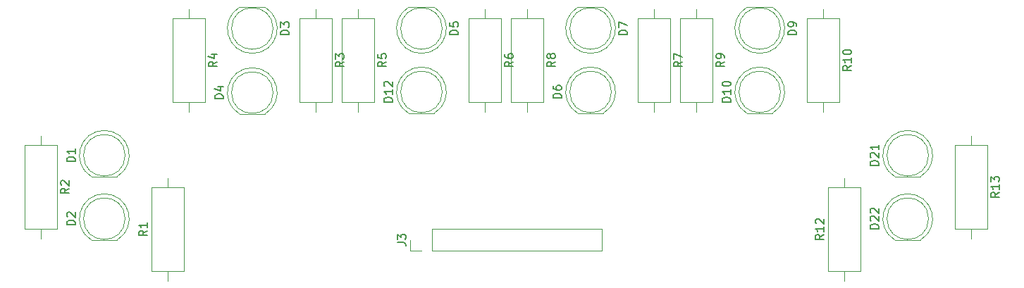
<source format=gbr>
%TF.GenerationSoftware,KiCad,Pcbnew,7.0.7*%
%TF.CreationDate,2023-12-08T08:47:56+07:00*%
%TF.ProjectId,sensor,73656e73-6f72-42e6-9b69-6361645f7063,rev?*%
%TF.SameCoordinates,Original*%
%TF.FileFunction,Legend,Top*%
%TF.FilePolarity,Positive*%
%FSLAX46Y46*%
G04 Gerber Fmt 4.6, Leading zero omitted, Abs format (unit mm)*
G04 Created by KiCad (PCBNEW 7.0.7) date 2023-12-08 08:47:56*
%MOMM*%
%LPD*%
G01*
G04 APERTURE LIST*
%ADD10C,0.150000*%
%ADD11C,0.120000*%
G04 APERTURE END LIST*
D10*
X154274819Y-41378094D02*
X153274819Y-41378094D01*
X153274819Y-41378094D02*
X153274819Y-41139999D01*
X153274819Y-41139999D02*
X153322438Y-40997142D01*
X153322438Y-40997142D02*
X153417676Y-40901904D01*
X153417676Y-40901904D02*
X153512914Y-40854285D01*
X153512914Y-40854285D02*
X153703390Y-40806666D01*
X153703390Y-40806666D02*
X153846247Y-40806666D01*
X153846247Y-40806666D02*
X154036723Y-40854285D01*
X154036723Y-40854285D02*
X154131961Y-40901904D01*
X154131961Y-40901904D02*
X154227200Y-40997142D01*
X154227200Y-40997142D02*
X154274819Y-41139999D01*
X154274819Y-41139999D02*
X154274819Y-41378094D01*
X154274819Y-40330475D02*
X154274819Y-40139999D01*
X154274819Y-40139999D02*
X154227200Y-40044761D01*
X154227200Y-40044761D02*
X154179580Y-39997142D01*
X154179580Y-39997142D02*
X154036723Y-39901904D01*
X154036723Y-39901904D02*
X153846247Y-39854285D01*
X153846247Y-39854285D02*
X153465295Y-39854285D01*
X153465295Y-39854285D02*
X153370057Y-39901904D01*
X153370057Y-39901904D02*
X153322438Y-39949523D01*
X153322438Y-39949523D02*
X153274819Y-40044761D01*
X153274819Y-40044761D02*
X153274819Y-40235237D01*
X153274819Y-40235237D02*
X153322438Y-40330475D01*
X153322438Y-40330475D02*
X153370057Y-40378094D01*
X153370057Y-40378094D02*
X153465295Y-40425713D01*
X153465295Y-40425713D02*
X153703390Y-40425713D01*
X153703390Y-40425713D02*
X153798628Y-40378094D01*
X153798628Y-40378094D02*
X153846247Y-40330475D01*
X153846247Y-40330475D02*
X153893866Y-40235237D01*
X153893866Y-40235237D02*
X153893866Y-40044761D01*
X153893866Y-40044761D02*
X153846247Y-39949523D01*
X153846247Y-39949523D02*
X153798628Y-39901904D01*
X153798628Y-39901904D02*
X153703390Y-39854285D01*
X125294819Y-44616666D02*
X124818628Y-44949999D01*
X125294819Y-45188094D02*
X124294819Y-45188094D01*
X124294819Y-45188094D02*
X124294819Y-44807142D01*
X124294819Y-44807142D02*
X124342438Y-44711904D01*
X124342438Y-44711904D02*
X124390057Y-44664285D01*
X124390057Y-44664285D02*
X124485295Y-44616666D01*
X124485295Y-44616666D02*
X124628152Y-44616666D01*
X124628152Y-44616666D02*
X124723390Y-44664285D01*
X124723390Y-44664285D02*
X124771009Y-44711904D01*
X124771009Y-44711904D02*
X124818628Y-44807142D01*
X124818628Y-44807142D02*
X124818628Y-45188094D01*
X124723390Y-44045237D02*
X124675771Y-44140475D01*
X124675771Y-44140475D02*
X124628152Y-44188094D01*
X124628152Y-44188094D02*
X124532914Y-44235713D01*
X124532914Y-44235713D02*
X124485295Y-44235713D01*
X124485295Y-44235713D02*
X124390057Y-44188094D01*
X124390057Y-44188094D02*
X124342438Y-44140475D01*
X124342438Y-44140475D02*
X124294819Y-44045237D01*
X124294819Y-44045237D02*
X124294819Y-43854761D01*
X124294819Y-43854761D02*
X124342438Y-43759523D01*
X124342438Y-43759523D02*
X124390057Y-43711904D01*
X124390057Y-43711904D02*
X124485295Y-43664285D01*
X124485295Y-43664285D02*
X124532914Y-43664285D01*
X124532914Y-43664285D02*
X124628152Y-43711904D01*
X124628152Y-43711904D02*
X124675771Y-43759523D01*
X124675771Y-43759523D02*
X124723390Y-43854761D01*
X124723390Y-43854761D02*
X124723390Y-44045237D01*
X124723390Y-44045237D02*
X124771009Y-44140475D01*
X124771009Y-44140475D02*
X124818628Y-44188094D01*
X124818628Y-44188094D02*
X124913866Y-44235713D01*
X124913866Y-44235713D02*
X125104342Y-44235713D01*
X125104342Y-44235713D02*
X125199580Y-44188094D01*
X125199580Y-44188094D02*
X125247200Y-44140475D01*
X125247200Y-44140475D02*
X125294819Y-44045237D01*
X125294819Y-44045237D02*
X125294819Y-43854761D01*
X125294819Y-43854761D02*
X125247200Y-43759523D01*
X125247200Y-43759523D02*
X125199580Y-43711904D01*
X125199580Y-43711904D02*
X125104342Y-43664285D01*
X125104342Y-43664285D02*
X124913866Y-43664285D01*
X124913866Y-43664285D02*
X124818628Y-43711904D01*
X124818628Y-43711904D02*
X124771009Y-43759523D01*
X124771009Y-43759523D02*
X124723390Y-43854761D01*
X106344819Y-66373333D02*
X107059104Y-66373333D01*
X107059104Y-66373333D02*
X107201961Y-66420952D01*
X107201961Y-66420952D02*
X107297200Y-66516190D01*
X107297200Y-66516190D02*
X107344819Y-66659047D01*
X107344819Y-66659047D02*
X107344819Y-66754285D01*
X106344819Y-65992380D02*
X106344819Y-65373333D01*
X106344819Y-65373333D02*
X106725771Y-65706666D01*
X106725771Y-65706666D02*
X106725771Y-65563809D01*
X106725771Y-65563809D02*
X106773390Y-65468571D01*
X106773390Y-65468571D02*
X106821009Y-65420952D01*
X106821009Y-65420952D02*
X106916247Y-65373333D01*
X106916247Y-65373333D02*
X107154342Y-65373333D01*
X107154342Y-65373333D02*
X107249580Y-65420952D01*
X107249580Y-65420952D02*
X107297200Y-65468571D01*
X107297200Y-65468571D02*
X107344819Y-65563809D01*
X107344819Y-65563809D02*
X107344819Y-65849523D01*
X107344819Y-65849523D02*
X107297200Y-65944761D01*
X107297200Y-65944761D02*
X107249580Y-65992380D01*
X84654819Y-44616666D02*
X84178628Y-44949999D01*
X84654819Y-45188094D02*
X83654819Y-45188094D01*
X83654819Y-45188094D02*
X83654819Y-44807142D01*
X83654819Y-44807142D02*
X83702438Y-44711904D01*
X83702438Y-44711904D02*
X83750057Y-44664285D01*
X83750057Y-44664285D02*
X83845295Y-44616666D01*
X83845295Y-44616666D02*
X83988152Y-44616666D01*
X83988152Y-44616666D02*
X84083390Y-44664285D01*
X84083390Y-44664285D02*
X84131009Y-44711904D01*
X84131009Y-44711904D02*
X84178628Y-44807142D01*
X84178628Y-44807142D02*
X84178628Y-45188094D01*
X83988152Y-43759523D02*
X84654819Y-43759523D01*
X83607200Y-43997618D02*
X84321485Y-44235713D01*
X84321485Y-44235713D02*
X84321485Y-43616666D01*
X113634819Y-41378094D02*
X112634819Y-41378094D01*
X112634819Y-41378094D02*
X112634819Y-41139999D01*
X112634819Y-41139999D02*
X112682438Y-40997142D01*
X112682438Y-40997142D02*
X112777676Y-40901904D01*
X112777676Y-40901904D02*
X112872914Y-40854285D01*
X112872914Y-40854285D02*
X113063390Y-40806666D01*
X113063390Y-40806666D02*
X113206247Y-40806666D01*
X113206247Y-40806666D02*
X113396723Y-40854285D01*
X113396723Y-40854285D02*
X113491961Y-40901904D01*
X113491961Y-40901904D02*
X113587200Y-40997142D01*
X113587200Y-40997142D02*
X113634819Y-41139999D01*
X113634819Y-41139999D02*
X113634819Y-41378094D01*
X112634819Y-39901904D02*
X112634819Y-40378094D01*
X112634819Y-40378094D02*
X113111009Y-40425713D01*
X113111009Y-40425713D02*
X113063390Y-40378094D01*
X113063390Y-40378094D02*
X113015771Y-40282856D01*
X113015771Y-40282856D02*
X113015771Y-40044761D01*
X113015771Y-40044761D02*
X113063390Y-39949523D01*
X113063390Y-39949523D02*
X113111009Y-39901904D01*
X113111009Y-39901904D02*
X113206247Y-39854285D01*
X113206247Y-39854285D02*
X113444342Y-39854285D01*
X113444342Y-39854285D02*
X113539580Y-39901904D01*
X113539580Y-39901904D02*
X113587200Y-39949523D01*
X113587200Y-39949523D02*
X113634819Y-40044761D01*
X113634819Y-40044761D02*
X113634819Y-40282856D01*
X113634819Y-40282856D02*
X113587200Y-40378094D01*
X113587200Y-40378094D02*
X113539580Y-40425713D01*
X105714819Y-49474285D02*
X104714819Y-49474285D01*
X104714819Y-49474285D02*
X104714819Y-49236190D01*
X104714819Y-49236190D02*
X104762438Y-49093333D01*
X104762438Y-49093333D02*
X104857676Y-48998095D01*
X104857676Y-48998095D02*
X104952914Y-48950476D01*
X104952914Y-48950476D02*
X105143390Y-48902857D01*
X105143390Y-48902857D02*
X105286247Y-48902857D01*
X105286247Y-48902857D02*
X105476723Y-48950476D01*
X105476723Y-48950476D02*
X105571961Y-48998095D01*
X105571961Y-48998095D02*
X105667200Y-49093333D01*
X105667200Y-49093333D02*
X105714819Y-49236190D01*
X105714819Y-49236190D02*
X105714819Y-49474285D01*
X105714819Y-47950476D02*
X105714819Y-48521904D01*
X105714819Y-48236190D02*
X104714819Y-48236190D01*
X104714819Y-48236190D02*
X104857676Y-48331428D01*
X104857676Y-48331428D02*
X104952914Y-48426666D01*
X104952914Y-48426666D02*
X105000533Y-48521904D01*
X104810057Y-47569523D02*
X104762438Y-47521904D01*
X104762438Y-47521904D02*
X104714819Y-47426666D01*
X104714819Y-47426666D02*
X104714819Y-47188571D01*
X104714819Y-47188571D02*
X104762438Y-47093333D01*
X104762438Y-47093333D02*
X104810057Y-47045714D01*
X104810057Y-47045714D02*
X104905295Y-46998095D01*
X104905295Y-46998095D02*
X105000533Y-46998095D01*
X105000533Y-46998095D02*
X105143390Y-47045714D01*
X105143390Y-47045714D02*
X105714819Y-47617142D01*
X105714819Y-47617142D02*
X105714819Y-46998095D01*
X76274819Y-64936666D02*
X75798628Y-65269999D01*
X76274819Y-65508094D02*
X75274819Y-65508094D01*
X75274819Y-65508094D02*
X75274819Y-65127142D01*
X75274819Y-65127142D02*
X75322438Y-65031904D01*
X75322438Y-65031904D02*
X75370057Y-64984285D01*
X75370057Y-64984285D02*
X75465295Y-64936666D01*
X75465295Y-64936666D02*
X75608152Y-64936666D01*
X75608152Y-64936666D02*
X75703390Y-64984285D01*
X75703390Y-64984285D02*
X75751009Y-65031904D01*
X75751009Y-65031904D02*
X75798628Y-65127142D01*
X75798628Y-65127142D02*
X75798628Y-65508094D01*
X76274819Y-63984285D02*
X76274819Y-64555713D01*
X76274819Y-64269999D02*
X75274819Y-64269999D01*
X75274819Y-64269999D02*
X75417676Y-64365237D01*
X75417676Y-64365237D02*
X75512914Y-64460475D01*
X75512914Y-64460475D02*
X75560533Y-64555713D01*
X67614819Y-64238094D02*
X66614819Y-64238094D01*
X66614819Y-64238094D02*
X66614819Y-63999999D01*
X66614819Y-63999999D02*
X66662438Y-63857142D01*
X66662438Y-63857142D02*
X66757676Y-63761904D01*
X66757676Y-63761904D02*
X66852914Y-63714285D01*
X66852914Y-63714285D02*
X67043390Y-63666666D01*
X67043390Y-63666666D02*
X67186247Y-63666666D01*
X67186247Y-63666666D02*
X67376723Y-63714285D01*
X67376723Y-63714285D02*
X67471961Y-63761904D01*
X67471961Y-63761904D02*
X67567200Y-63857142D01*
X67567200Y-63857142D02*
X67614819Y-63999999D01*
X67614819Y-63999999D02*
X67614819Y-64238094D01*
X66710057Y-63285713D02*
X66662438Y-63238094D01*
X66662438Y-63238094D02*
X66614819Y-63142856D01*
X66614819Y-63142856D02*
X66614819Y-62904761D01*
X66614819Y-62904761D02*
X66662438Y-62809523D01*
X66662438Y-62809523D02*
X66710057Y-62761904D01*
X66710057Y-62761904D02*
X66805295Y-62714285D01*
X66805295Y-62714285D02*
X66900533Y-62714285D01*
X66900533Y-62714285D02*
X67043390Y-62761904D01*
X67043390Y-62761904D02*
X67614819Y-63333332D01*
X67614819Y-63333332D02*
X67614819Y-62714285D01*
X146354819Y-49474285D02*
X145354819Y-49474285D01*
X145354819Y-49474285D02*
X145354819Y-49236190D01*
X145354819Y-49236190D02*
X145402438Y-49093333D01*
X145402438Y-49093333D02*
X145497676Y-48998095D01*
X145497676Y-48998095D02*
X145592914Y-48950476D01*
X145592914Y-48950476D02*
X145783390Y-48902857D01*
X145783390Y-48902857D02*
X145926247Y-48902857D01*
X145926247Y-48902857D02*
X146116723Y-48950476D01*
X146116723Y-48950476D02*
X146211961Y-48998095D01*
X146211961Y-48998095D02*
X146307200Y-49093333D01*
X146307200Y-49093333D02*
X146354819Y-49236190D01*
X146354819Y-49236190D02*
X146354819Y-49474285D01*
X146354819Y-47950476D02*
X146354819Y-48521904D01*
X146354819Y-48236190D02*
X145354819Y-48236190D01*
X145354819Y-48236190D02*
X145497676Y-48331428D01*
X145497676Y-48331428D02*
X145592914Y-48426666D01*
X145592914Y-48426666D02*
X145640533Y-48521904D01*
X145354819Y-47331428D02*
X145354819Y-47236190D01*
X145354819Y-47236190D02*
X145402438Y-47140952D01*
X145402438Y-47140952D02*
X145450057Y-47093333D01*
X145450057Y-47093333D02*
X145545295Y-47045714D01*
X145545295Y-47045714D02*
X145735771Y-46998095D01*
X145735771Y-46998095D02*
X145973866Y-46998095D01*
X145973866Y-46998095D02*
X146164342Y-47045714D01*
X146164342Y-47045714D02*
X146259580Y-47093333D01*
X146259580Y-47093333D02*
X146307200Y-47140952D01*
X146307200Y-47140952D02*
X146354819Y-47236190D01*
X146354819Y-47236190D02*
X146354819Y-47331428D01*
X146354819Y-47331428D02*
X146307200Y-47426666D01*
X146307200Y-47426666D02*
X146259580Y-47474285D01*
X146259580Y-47474285D02*
X146164342Y-47521904D01*
X146164342Y-47521904D02*
X145973866Y-47569523D01*
X145973866Y-47569523D02*
X145735771Y-47569523D01*
X145735771Y-47569523D02*
X145545295Y-47521904D01*
X145545295Y-47521904D02*
X145450057Y-47474285D01*
X145450057Y-47474285D02*
X145402438Y-47426666D01*
X145402438Y-47426666D02*
X145354819Y-47331428D01*
X164134819Y-64714285D02*
X163134819Y-64714285D01*
X163134819Y-64714285D02*
X163134819Y-64476190D01*
X163134819Y-64476190D02*
X163182438Y-64333333D01*
X163182438Y-64333333D02*
X163277676Y-64238095D01*
X163277676Y-64238095D02*
X163372914Y-64190476D01*
X163372914Y-64190476D02*
X163563390Y-64142857D01*
X163563390Y-64142857D02*
X163706247Y-64142857D01*
X163706247Y-64142857D02*
X163896723Y-64190476D01*
X163896723Y-64190476D02*
X163991961Y-64238095D01*
X163991961Y-64238095D02*
X164087200Y-64333333D01*
X164087200Y-64333333D02*
X164134819Y-64476190D01*
X164134819Y-64476190D02*
X164134819Y-64714285D01*
X163230057Y-63761904D02*
X163182438Y-63714285D01*
X163182438Y-63714285D02*
X163134819Y-63619047D01*
X163134819Y-63619047D02*
X163134819Y-63380952D01*
X163134819Y-63380952D02*
X163182438Y-63285714D01*
X163182438Y-63285714D02*
X163230057Y-63238095D01*
X163230057Y-63238095D02*
X163325295Y-63190476D01*
X163325295Y-63190476D02*
X163420533Y-63190476D01*
X163420533Y-63190476D02*
X163563390Y-63238095D01*
X163563390Y-63238095D02*
X164134819Y-63809523D01*
X164134819Y-63809523D02*
X164134819Y-63190476D01*
X163230057Y-62809523D02*
X163182438Y-62761904D01*
X163182438Y-62761904D02*
X163134819Y-62666666D01*
X163134819Y-62666666D02*
X163134819Y-62428571D01*
X163134819Y-62428571D02*
X163182438Y-62333333D01*
X163182438Y-62333333D02*
X163230057Y-62285714D01*
X163230057Y-62285714D02*
X163325295Y-62238095D01*
X163325295Y-62238095D02*
X163420533Y-62238095D01*
X163420533Y-62238095D02*
X163563390Y-62285714D01*
X163563390Y-62285714D02*
X164134819Y-62857142D01*
X164134819Y-62857142D02*
X164134819Y-62238095D01*
X99894819Y-44616666D02*
X99418628Y-44949999D01*
X99894819Y-45188094D02*
X98894819Y-45188094D01*
X98894819Y-45188094D02*
X98894819Y-44807142D01*
X98894819Y-44807142D02*
X98942438Y-44711904D01*
X98942438Y-44711904D02*
X98990057Y-44664285D01*
X98990057Y-44664285D02*
X99085295Y-44616666D01*
X99085295Y-44616666D02*
X99228152Y-44616666D01*
X99228152Y-44616666D02*
X99323390Y-44664285D01*
X99323390Y-44664285D02*
X99371009Y-44711904D01*
X99371009Y-44711904D02*
X99418628Y-44807142D01*
X99418628Y-44807142D02*
X99418628Y-45188094D01*
X98894819Y-44283332D02*
X98894819Y-43664285D01*
X98894819Y-43664285D02*
X99275771Y-43997618D01*
X99275771Y-43997618D02*
X99275771Y-43854761D01*
X99275771Y-43854761D02*
X99323390Y-43759523D01*
X99323390Y-43759523D02*
X99371009Y-43711904D01*
X99371009Y-43711904D02*
X99466247Y-43664285D01*
X99466247Y-43664285D02*
X99704342Y-43664285D01*
X99704342Y-43664285D02*
X99799580Y-43711904D01*
X99799580Y-43711904D02*
X99847200Y-43759523D01*
X99847200Y-43759523D02*
X99894819Y-43854761D01*
X99894819Y-43854761D02*
X99894819Y-44140475D01*
X99894819Y-44140475D02*
X99847200Y-44235713D01*
X99847200Y-44235713D02*
X99799580Y-44283332D01*
X133954819Y-41378094D02*
X132954819Y-41378094D01*
X132954819Y-41378094D02*
X132954819Y-41139999D01*
X132954819Y-41139999D02*
X133002438Y-40997142D01*
X133002438Y-40997142D02*
X133097676Y-40901904D01*
X133097676Y-40901904D02*
X133192914Y-40854285D01*
X133192914Y-40854285D02*
X133383390Y-40806666D01*
X133383390Y-40806666D02*
X133526247Y-40806666D01*
X133526247Y-40806666D02*
X133716723Y-40854285D01*
X133716723Y-40854285D02*
X133811961Y-40901904D01*
X133811961Y-40901904D02*
X133907200Y-40997142D01*
X133907200Y-40997142D02*
X133954819Y-41139999D01*
X133954819Y-41139999D02*
X133954819Y-41378094D01*
X132954819Y-40473332D02*
X132954819Y-39806666D01*
X132954819Y-39806666D02*
X133954819Y-40235237D01*
X104974819Y-44616666D02*
X104498628Y-44949999D01*
X104974819Y-45188094D02*
X103974819Y-45188094D01*
X103974819Y-45188094D02*
X103974819Y-44807142D01*
X103974819Y-44807142D02*
X104022438Y-44711904D01*
X104022438Y-44711904D02*
X104070057Y-44664285D01*
X104070057Y-44664285D02*
X104165295Y-44616666D01*
X104165295Y-44616666D02*
X104308152Y-44616666D01*
X104308152Y-44616666D02*
X104403390Y-44664285D01*
X104403390Y-44664285D02*
X104451009Y-44711904D01*
X104451009Y-44711904D02*
X104498628Y-44807142D01*
X104498628Y-44807142D02*
X104498628Y-45188094D01*
X103974819Y-43711904D02*
X103974819Y-44188094D01*
X103974819Y-44188094D02*
X104451009Y-44235713D01*
X104451009Y-44235713D02*
X104403390Y-44188094D01*
X104403390Y-44188094D02*
X104355771Y-44092856D01*
X104355771Y-44092856D02*
X104355771Y-43854761D01*
X104355771Y-43854761D02*
X104403390Y-43759523D01*
X104403390Y-43759523D02*
X104451009Y-43711904D01*
X104451009Y-43711904D02*
X104546247Y-43664285D01*
X104546247Y-43664285D02*
X104784342Y-43664285D01*
X104784342Y-43664285D02*
X104879580Y-43711904D01*
X104879580Y-43711904D02*
X104927200Y-43759523D01*
X104927200Y-43759523D02*
X104974819Y-43854761D01*
X104974819Y-43854761D02*
X104974819Y-44092856D01*
X104974819Y-44092856D02*
X104927200Y-44188094D01*
X104927200Y-44188094D02*
X104879580Y-44235713D01*
X160854819Y-45092857D02*
X160378628Y-45426190D01*
X160854819Y-45664285D02*
X159854819Y-45664285D01*
X159854819Y-45664285D02*
X159854819Y-45283333D01*
X159854819Y-45283333D02*
X159902438Y-45188095D01*
X159902438Y-45188095D02*
X159950057Y-45140476D01*
X159950057Y-45140476D02*
X160045295Y-45092857D01*
X160045295Y-45092857D02*
X160188152Y-45092857D01*
X160188152Y-45092857D02*
X160283390Y-45140476D01*
X160283390Y-45140476D02*
X160331009Y-45188095D01*
X160331009Y-45188095D02*
X160378628Y-45283333D01*
X160378628Y-45283333D02*
X160378628Y-45664285D01*
X160854819Y-44140476D02*
X160854819Y-44711904D01*
X160854819Y-44426190D02*
X159854819Y-44426190D01*
X159854819Y-44426190D02*
X159997676Y-44521428D01*
X159997676Y-44521428D02*
X160092914Y-44616666D01*
X160092914Y-44616666D02*
X160140533Y-44711904D01*
X159854819Y-43521428D02*
X159854819Y-43426190D01*
X159854819Y-43426190D02*
X159902438Y-43330952D01*
X159902438Y-43330952D02*
X159950057Y-43283333D01*
X159950057Y-43283333D02*
X160045295Y-43235714D01*
X160045295Y-43235714D02*
X160235771Y-43188095D01*
X160235771Y-43188095D02*
X160473866Y-43188095D01*
X160473866Y-43188095D02*
X160664342Y-43235714D01*
X160664342Y-43235714D02*
X160759580Y-43283333D01*
X160759580Y-43283333D02*
X160807200Y-43330952D01*
X160807200Y-43330952D02*
X160854819Y-43426190D01*
X160854819Y-43426190D02*
X160854819Y-43521428D01*
X160854819Y-43521428D02*
X160807200Y-43616666D01*
X160807200Y-43616666D02*
X160759580Y-43664285D01*
X160759580Y-43664285D02*
X160664342Y-43711904D01*
X160664342Y-43711904D02*
X160473866Y-43759523D01*
X160473866Y-43759523D02*
X160235771Y-43759523D01*
X160235771Y-43759523D02*
X160045295Y-43711904D01*
X160045295Y-43711904D02*
X159950057Y-43664285D01*
X159950057Y-43664285D02*
X159902438Y-43616666D01*
X159902438Y-43616666D02*
X159854819Y-43521428D01*
X126034819Y-48998094D02*
X125034819Y-48998094D01*
X125034819Y-48998094D02*
X125034819Y-48759999D01*
X125034819Y-48759999D02*
X125082438Y-48617142D01*
X125082438Y-48617142D02*
X125177676Y-48521904D01*
X125177676Y-48521904D02*
X125272914Y-48474285D01*
X125272914Y-48474285D02*
X125463390Y-48426666D01*
X125463390Y-48426666D02*
X125606247Y-48426666D01*
X125606247Y-48426666D02*
X125796723Y-48474285D01*
X125796723Y-48474285D02*
X125891961Y-48521904D01*
X125891961Y-48521904D02*
X125987200Y-48617142D01*
X125987200Y-48617142D02*
X126034819Y-48759999D01*
X126034819Y-48759999D02*
X126034819Y-48998094D01*
X125034819Y-47569523D02*
X125034819Y-47759999D01*
X125034819Y-47759999D02*
X125082438Y-47855237D01*
X125082438Y-47855237D02*
X125130057Y-47902856D01*
X125130057Y-47902856D02*
X125272914Y-47998094D01*
X125272914Y-47998094D02*
X125463390Y-48045713D01*
X125463390Y-48045713D02*
X125844342Y-48045713D01*
X125844342Y-48045713D02*
X125939580Y-47998094D01*
X125939580Y-47998094D02*
X125987200Y-47950475D01*
X125987200Y-47950475D02*
X126034819Y-47855237D01*
X126034819Y-47855237D02*
X126034819Y-47664761D01*
X126034819Y-47664761D02*
X125987200Y-47569523D01*
X125987200Y-47569523D02*
X125939580Y-47521904D01*
X125939580Y-47521904D02*
X125844342Y-47474285D01*
X125844342Y-47474285D02*
X125606247Y-47474285D01*
X125606247Y-47474285D02*
X125511009Y-47521904D01*
X125511009Y-47521904D02*
X125463390Y-47569523D01*
X125463390Y-47569523D02*
X125415771Y-47664761D01*
X125415771Y-47664761D02*
X125415771Y-47855237D01*
X125415771Y-47855237D02*
X125463390Y-47950475D01*
X125463390Y-47950475D02*
X125511009Y-47998094D01*
X125511009Y-47998094D02*
X125606247Y-48045713D01*
X164134819Y-57094285D02*
X163134819Y-57094285D01*
X163134819Y-57094285D02*
X163134819Y-56856190D01*
X163134819Y-56856190D02*
X163182438Y-56713333D01*
X163182438Y-56713333D02*
X163277676Y-56618095D01*
X163277676Y-56618095D02*
X163372914Y-56570476D01*
X163372914Y-56570476D02*
X163563390Y-56522857D01*
X163563390Y-56522857D02*
X163706247Y-56522857D01*
X163706247Y-56522857D02*
X163896723Y-56570476D01*
X163896723Y-56570476D02*
X163991961Y-56618095D01*
X163991961Y-56618095D02*
X164087200Y-56713333D01*
X164087200Y-56713333D02*
X164134819Y-56856190D01*
X164134819Y-56856190D02*
X164134819Y-57094285D01*
X163230057Y-56141904D02*
X163182438Y-56094285D01*
X163182438Y-56094285D02*
X163134819Y-55999047D01*
X163134819Y-55999047D02*
X163134819Y-55760952D01*
X163134819Y-55760952D02*
X163182438Y-55665714D01*
X163182438Y-55665714D02*
X163230057Y-55618095D01*
X163230057Y-55618095D02*
X163325295Y-55570476D01*
X163325295Y-55570476D02*
X163420533Y-55570476D01*
X163420533Y-55570476D02*
X163563390Y-55618095D01*
X163563390Y-55618095D02*
X164134819Y-56189523D01*
X164134819Y-56189523D02*
X164134819Y-55570476D01*
X164134819Y-54618095D02*
X164134819Y-55189523D01*
X164134819Y-54903809D02*
X163134819Y-54903809D01*
X163134819Y-54903809D02*
X163277676Y-54999047D01*
X163277676Y-54999047D02*
X163372914Y-55094285D01*
X163372914Y-55094285D02*
X163420533Y-55189523D01*
X67614819Y-56618094D02*
X66614819Y-56618094D01*
X66614819Y-56618094D02*
X66614819Y-56379999D01*
X66614819Y-56379999D02*
X66662438Y-56237142D01*
X66662438Y-56237142D02*
X66757676Y-56141904D01*
X66757676Y-56141904D02*
X66852914Y-56094285D01*
X66852914Y-56094285D02*
X67043390Y-56046666D01*
X67043390Y-56046666D02*
X67186247Y-56046666D01*
X67186247Y-56046666D02*
X67376723Y-56094285D01*
X67376723Y-56094285D02*
X67471961Y-56141904D01*
X67471961Y-56141904D02*
X67567200Y-56237142D01*
X67567200Y-56237142D02*
X67614819Y-56379999D01*
X67614819Y-56379999D02*
X67614819Y-56618094D01*
X67614819Y-55094285D02*
X67614819Y-55665713D01*
X67614819Y-55379999D02*
X66614819Y-55379999D01*
X66614819Y-55379999D02*
X66757676Y-55475237D01*
X66757676Y-55475237D02*
X66852914Y-55570475D01*
X66852914Y-55570475D02*
X66900533Y-55665713D01*
X85394819Y-49078094D02*
X84394819Y-49078094D01*
X84394819Y-49078094D02*
X84394819Y-48839999D01*
X84394819Y-48839999D02*
X84442438Y-48697142D01*
X84442438Y-48697142D02*
X84537676Y-48601904D01*
X84537676Y-48601904D02*
X84632914Y-48554285D01*
X84632914Y-48554285D02*
X84823390Y-48506666D01*
X84823390Y-48506666D02*
X84966247Y-48506666D01*
X84966247Y-48506666D02*
X85156723Y-48554285D01*
X85156723Y-48554285D02*
X85251961Y-48601904D01*
X85251961Y-48601904D02*
X85347200Y-48697142D01*
X85347200Y-48697142D02*
X85394819Y-48839999D01*
X85394819Y-48839999D02*
X85394819Y-49078094D01*
X84728152Y-47649523D02*
X85394819Y-47649523D01*
X84347200Y-47887618D02*
X85061485Y-48125713D01*
X85061485Y-48125713D02*
X85061485Y-47506666D01*
X140534819Y-44616666D02*
X140058628Y-44949999D01*
X140534819Y-45188094D02*
X139534819Y-45188094D01*
X139534819Y-45188094D02*
X139534819Y-44807142D01*
X139534819Y-44807142D02*
X139582438Y-44711904D01*
X139582438Y-44711904D02*
X139630057Y-44664285D01*
X139630057Y-44664285D02*
X139725295Y-44616666D01*
X139725295Y-44616666D02*
X139868152Y-44616666D01*
X139868152Y-44616666D02*
X139963390Y-44664285D01*
X139963390Y-44664285D02*
X140011009Y-44711904D01*
X140011009Y-44711904D02*
X140058628Y-44807142D01*
X140058628Y-44807142D02*
X140058628Y-45188094D01*
X139534819Y-44283332D02*
X139534819Y-43616666D01*
X139534819Y-43616666D02*
X140534819Y-44045237D01*
X93314819Y-41378094D02*
X92314819Y-41378094D01*
X92314819Y-41378094D02*
X92314819Y-41139999D01*
X92314819Y-41139999D02*
X92362438Y-40997142D01*
X92362438Y-40997142D02*
X92457676Y-40901904D01*
X92457676Y-40901904D02*
X92552914Y-40854285D01*
X92552914Y-40854285D02*
X92743390Y-40806666D01*
X92743390Y-40806666D02*
X92886247Y-40806666D01*
X92886247Y-40806666D02*
X93076723Y-40854285D01*
X93076723Y-40854285D02*
X93171961Y-40901904D01*
X93171961Y-40901904D02*
X93267200Y-40997142D01*
X93267200Y-40997142D02*
X93314819Y-41139999D01*
X93314819Y-41139999D02*
X93314819Y-41378094D01*
X92314819Y-40473332D02*
X92314819Y-39854285D01*
X92314819Y-39854285D02*
X92695771Y-40187618D01*
X92695771Y-40187618D02*
X92695771Y-40044761D01*
X92695771Y-40044761D02*
X92743390Y-39949523D01*
X92743390Y-39949523D02*
X92791009Y-39901904D01*
X92791009Y-39901904D02*
X92886247Y-39854285D01*
X92886247Y-39854285D02*
X93124342Y-39854285D01*
X93124342Y-39854285D02*
X93219580Y-39901904D01*
X93219580Y-39901904D02*
X93267200Y-39949523D01*
X93267200Y-39949523D02*
X93314819Y-40044761D01*
X93314819Y-40044761D02*
X93314819Y-40330475D01*
X93314819Y-40330475D02*
X93267200Y-40425713D01*
X93267200Y-40425713D02*
X93219580Y-40473332D01*
X157554819Y-65412857D02*
X157078628Y-65746190D01*
X157554819Y-65984285D02*
X156554819Y-65984285D01*
X156554819Y-65984285D02*
X156554819Y-65603333D01*
X156554819Y-65603333D02*
X156602438Y-65508095D01*
X156602438Y-65508095D02*
X156650057Y-65460476D01*
X156650057Y-65460476D02*
X156745295Y-65412857D01*
X156745295Y-65412857D02*
X156888152Y-65412857D01*
X156888152Y-65412857D02*
X156983390Y-65460476D01*
X156983390Y-65460476D02*
X157031009Y-65508095D01*
X157031009Y-65508095D02*
X157078628Y-65603333D01*
X157078628Y-65603333D02*
X157078628Y-65984285D01*
X157554819Y-64460476D02*
X157554819Y-65031904D01*
X157554819Y-64746190D02*
X156554819Y-64746190D01*
X156554819Y-64746190D02*
X156697676Y-64841428D01*
X156697676Y-64841428D02*
X156792914Y-64936666D01*
X156792914Y-64936666D02*
X156840533Y-65031904D01*
X156650057Y-64079523D02*
X156602438Y-64031904D01*
X156602438Y-64031904D02*
X156554819Y-63936666D01*
X156554819Y-63936666D02*
X156554819Y-63698571D01*
X156554819Y-63698571D02*
X156602438Y-63603333D01*
X156602438Y-63603333D02*
X156650057Y-63555714D01*
X156650057Y-63555714D02*
X156745295Y-63508095D01*
X156745295Y-63508095D02*
X156840533Y-63508095D01*
X156840533Y-63508095D02*
X156983390Y-63555714D01*
X156983390Y-63555714D02*
X157554819Y-64127142D01*
X157554819Y-64127142D02*
X157554819Y-63508095D01*
X145614819Y-44616666D02*
X145138628Y-44949999D01*
X145614819Y-45188094D02*
X144614819Y-45188094D01*
X144614819Y-45188094D02*
X144614819Y-44807142D01*
X144614819Y-44807142D02*
X144662438Y-44711904D01*
X144662438Y-44711904D02*
X144710057Y-44664285D01*
X144710057Y-44664285D02*
X144805295Y-44616666D01*
X144805295Y-44616666D02*
X144948152Y-44616666D01*
X144948152Y-44616666D02*
X145043390Y-44664285D01*
X145043390Y-44664285D02*
X145091009Y-44711904D01*
X145091009Y-44711904D02*
X145138628Y-44807142D01*
X145138628Y-44807142D02*
X145138628Y-45188094D01*
X145614819Y-44140475D02*
X145614819Y-43949999D01*
X145614819Y-43949999D02*
X145567200Y-43854761D01*
X145567200Y-43854761D02*
X145519580Y-43807142D01*
X145519580Y-43807142D02*
X145376723Y-43711904D01*
X145376723Y-43711904D02*
X145186247Y-43664285D01*
X145186247Y-43664285D02*
X144805295Y-43664285D01*
X144805295Y-43664285D02*
X144710057Y-43711904D01*
X144710057Y-43711904D02*
X144662438Y-43759523D01*
X144662438Y-43759523D02*
X144614819Y-43854761D01*
X144614819Y-43854761D02*
X144614819Y-44045237D01*
X144614819Y-44045237D02*
X144662438Y-44140475D01*
X144662438Y-44140475D02*
X144710057Y-44188094D01*
X144710057Y-44188094D02*
X144805295Y-44235713D01*
X144805295Y-44235713D02*
X145043390Y-44235713D01*
X145043390Y-44235713D02*
X145138628Y-44188094D01*
X145138628Y-44188094D02*
X145186247Y-44140475D01*
X145186247Y-44140475D02*
X145233866Y-44045237D01*
X145233866Y-44045237D02*
X145233866Y-43854761D01*
X145233866Y-43854761D02*
X145186247Y-43759523D01*
X145186247Y-43759523D02*
X145138628Y-43711904D01*
X145138628Y-43711904D02*
X145043390Y-43664285D01*
X120214819Y-44616666D02*
X119738628Y-44949999D01*
X120214819Y-45188094D02*
X119214819Y-45188094D01*
X119214819Y-45188094D02*
X119214819Y-44807142D01*
X119214819Y-44807142D02*
X119262438Y-44711904D01*
X119262438Y-44711904D02*
X119310057Y-44664285D01*
X119310057Y-44664285D02*
X119405295Y-44616666D01*
X119405295Y-44616666D02*
X119548152Y-44616666D01*
X119548152Y-44616666D02*
X119643390Y-44664285D01*
X119643390Y-44664285D02*
X119691009Y-44711904D01*
X119691009Y-44711904D02*
X119738628Y-44807142D01*
X119738628Y-44807142D02*
X119738628Y-45188094D01*
X119214819Y-43759523D02*
X119214819Y-43949999D01*
X119214819Y-43949999D02*
X119262438Y-44045237D01*
X119262438Y-44045237D02*
X119310057Y-44092856D01*
X119310057Y-44092856D02*
X119452914Y-44188094D01*
X119452914Y-44188094D02*
X119643390Y-44235713D01*
X119643390Y-44235713D02*
X120024342Y-44235713D01*
X120024342Y-44235713D02*
X120119580Y-44188094D01*
X120119580Y-44188094D02*
X120167200Y-44140475D01*
X120167200Y-44140475D02*
X120214819Y-44045237D01*
X120214819Y-44045237D02*
X120214819Y-43854761D01*
X120214819Y-43854761D02*
X120167200Y-43759523D01*
X120167200Y-43759523D02*
X120119580Y-43711904D01*
X120119580Y-43711904D02*
X120024342Y-43664285D01*
X120024342Y-43664285D02*
X119786247Y-43664285D01*
X119786247Y-43664285D02*
X119691009Y-43711904D01*
X119691009Y-43711904D02*
X119643390Y-43759523D01*
X119643390Y-43759523D02*
X119595771Y-43854761D01*
X119595771Y-43854761D02*
X119595771Y-44045237D01*
X119595771Y-44045237D02*
X119643390Y-44140475D01*
X119643390Y-44140475D02*
X119691009Y-44188094D01*
X119691009Y-44188094D02*
X119786247Y-44235713D01*
X66874819Y-59856666D02*
X66398628Y-60189999D01*
X66874819Y-60428094D02*
X65874819Y-60428094D01*
X65874819Y-60428094D02*
X65874819Y-60047142D01*
X65874819Y-60047142D02*
X65922438Y-59951904D01*
X65922438Y-59951904D02*
X65970057Y-59904285D01*
X65970057Y-59904285D02*
X66065295Y-59856666D01*
X66065295Y-59856666D02*
X66208152Y-59856666D01*
X66208152Y-59856666D02*
X66303390Y-59904285D01*
X66303390Y-59904285D02*
X66351009Y-59951904D01*
X66351009Y-59951904D02*
X66398628Y-60047142D01*
X66398628Y-60047142D02*
X66398628Y-60428094D01*
X65970057Y-59475713D02*
X65922438Y-59428094D01*
X65922438Y-59428094D02*
X65874819Y-59332856D01*
X65874819Y-59332856D02*
X65874819Y-59094761D01*
X65874819Y-59094761D02*
X65922438Y-58999523D01*
X65922438Y-58999523D02*
X65970057Y-58951904D01*
X65970057Y-58951904D02*
X66065295Y-58904285D01*
X66065295Y-58904285D02*
X66160533Y-58904285D01*
X66160533Y-58904285D02*
X66303390Y-58951904D01*
X66303390Y-58951904D02*
X66874819Y-59523332D01*
X66874819Y-59523332D02*
X66874819Y-58904285D01*
X178634819Y-60332857D02*
X178158628Y-60666190D01*
X178634819Y-60904285D02*
X177634819Y-60904285D01*
X177634819Y-60904285D02*
X177634819Y-60523333D01*
X177634819Y-60523333D02*
X177682438Y-60428095D01*
X177682438Y-60428095D02*
X177730057Y-60380476D01*
X177730057Y-60380476D02*
X177825295Y-60332857D01*
X177825295Y-60332857D02*
X177968152Y-60332857D01*
X177968152Y-60332857D02*
X178063390Y-60380476D01*
X178063390Y-60380476D02*
X178111009Y-60428095D01*
X178111009Y-60428095D02*
X178158628Y-60523333D01*
X178158628Y-60523333D02*
X178158628Y-60904285D01*
X178634819Y-59380476D02*
X178634819Y-59951904D01*
X178634819Y-59666190D02*
X177634819Y-59666190D01*
X177634819Y-59666190D02*
X177777676Y-59761428D01*
X177777676Y-59761428D02*
X177872914Y-59856666D01*
X177872914Y-59856666D02*
X177920533Y-59951904D01*
X177634819Y-59047142D02*
X177634819Y-58428095D01*
X177634819Y-58428095D02*
X178015771Y-58761428D01*
X178015771Y-58761428D02*
X178015771Y-58618571D01*
X178015771Y-58618571D02*
X178063390Y-58523333D01*
X178063390Y-58523333D02*
X178111009Y-58475714D01*
X178111009Y-58475714D02*
X178206247Y-58428095D01*
X178206247Y-58428095D02*
X178444342Y-58428095D01*
X178444342Y-58428095D02*
X178539580Y-58475714D01*
X178539580Y-58475714D02*
X178587200Y-58523333D01*
X178587200Y-58523333D02*
X178634819Y-58618571D01*
X178634819Y-58618571D02*
X178634819Y-58904285D01*
X178634819Y-58904285D02*
X178587200Y-58999523D01*
X178587200Y-58999523D02*
X178539580Y-59047142D01*
D11*
%TO.C,D9*%
X151405000Y-38080000D02*
X148315000Y-38080000D01*
X149859538Y-43629999D02*
G75*
G03*
X151404830Y-38080001I462J2989999D01*
G01*
X148315170Y-38080000D02*
G75*
G03*
X149860462Y-43630000I1544830J-2560000D01*
G01*
X152360000Y-40640000D02*
G75*
G03*
X152360000Y-40640000I-2500000J0D01*
G01*
%TO.C,R8*%
X121920000Y-38270000D02*
X121920000Y-39380000D01*
X123840000Y-39380000D02*
X120000000Y-39380000D01*
X120000000Y-39380000D02*
X120000000Y-49520000D01*
X123840000Y-49520000D02*
X123840000Y-39380000D01*
X120000000Y-49520000D02*
X123840000Y-49520000D01*
X121920000Y-50630000D02*
X121920000Y-49520000D01*
%TO.C,J3*%
X107890000Y-67370000D02*
X107890000Y-66040000D01*
X109220000Y-67370000D02*
X107890000Y-67370000D01*
X110490000Y-67370000D02*
X130870000Y-67370000D01*
X110490000Y-67370000D02*
X110490000Y-64710000D01*
X130870000Y-67370000D02*
X130870000Y-64710000D01*
X110490000Y-64710000D02*
X130870000Y-64710000D01*
%TO.C,R4*%
X81280000Y-38270000D02*
X81280000Y-39380000D01*
X83200000Y-39380000D02*
X79360000Y-39380000D01*
X79360000Y-39380000D02*
X79360000Y-49520000D01*
X83200000Y-49520000D02*
X83200000Y-39380000D01*
X79360000Y-49520000D02*
X83200000Y-49520000D01*
X81280000Y-50630000D02*
X81280000Y-49520000D01*
%TO.C,D5*%
X110765000Y-38080000D02*
X107675000Y-38080000D01*
X109219538Y-43629999D02*
G75*
G03*
X110764830Y-38080001I462J2989999D01*
G01*
X107675170Y-38080000D02*
G75*
G03*
X109220462Y-43630000I1544830J-2560000D01*
G01*
X111720000Y-40640000D02*
G75*
G03*
X111720000Y-40640000I-2500000J0D01*
G01*
%TO.C,D12*%
X107675000Y-50820000D02*
X110765000Y-50820000D01*
X109220462Y-45270001D02*
G75*
G03*
X107675170Y-50819999I-462J-2989999D01*
G01*
X110764830Y-50820000D02*
G75*
G03*
X109219538Y-45270000I-1544830J2560000D01*
G01*
X111720000Y-48260000D02*
G75*
G03*
X111720000Y-48260000I-2500000J0D01*
G01*
%TO.C,R1*%
X78740000Y-70950000D02*
X78740000Y-69840000D01*
X76820000Y-69840000D02*
X80660000Y-69840000D01*
X80660000Y-69840000D02*
X80660000Y-59700000D01*
X76820000Y-59700000D02*
X76820000Y-69840000D01*
X80660000Y-59700000D02*
X76820000Y-59700000D01*
X78740000Y-58590000D02*
X78740000Y-59700000D01*
%TO.C,D2*%
X69575000Y-66060000D02*
X72665000Y-66060000D01*
X71120462Y-60510001D02*
G75*
G03*
X69575170Y-66059999I-462J-2989999D01*
G01*
X72664830Y-66060000D02*
G75*
G03*
X71119538Y-60510000I-1544830J2560000D01*
G01*
X73620000Y-63500000D02*
G75*
G03*
X73620000Y-63500000I-2500000J0D01*
G01*
%TO.C,D10*%
X148315000Y-50820000D02*
X151405000Y-50820000D01*
X149860462Y-45270001D02*
G75*
G03*
X148315170Y-50819999I-462J-2989999D01*
G01*
X151404830Y-50820000D02*
G75*
G03*
X149859538Y-45270000I-1544830J2560000D01*
G01*
X152360000Y-48260000D02*
G75*
G03*
X152360000Y-48260000I-2500000J0D01*
G01*
%TO.C,D22*%
X166095000Y-66060000D02*
X169185000Y-66060000D01*
X167640462Y-60510001D02*
G75*
G03*
X166095170Y-66059999I-462J-2989999D01*
G01*
X169184830Y-66060000D02*
G75*
G03*
X167639538Y-60510000I-1544830J2560000D01*
G01*
X170140000Y-63500000D02*
G75*
G03*
X170140000Y-63500000I-2500000J0D01*
G01*
%TO.C,R3*%
X96520000Y-38270000D02*
X96520000Y-39380000D01*
X98440000Y-39380000D02*
X94600000Y-39380000D01*
X94600000Y-39380000D02*
X94600000Y-49520000D01*
X98440000Y-49520000D02*
X98440000Y-39380000D01*
X94600000Y-49520000D02*
X98440000Y-49520000D01*
X96520000Y-50630000D02*
X96520000Y-49520000D01*
%TO.C,D7*%
X131085000Y-38080000D02*
X127995000Y-38080000D01*
X129539538Y-43629999D02*
G75*
G03*
X131084830Y-38080001I462J2989999D01*
G01*
X127995170Y-38080000D02*
G75*
G03*
X129540462Y-43630000I1544830J-2560000D01*
G01*
X132040000Y-40640000D02*
G75*
G03*
X132040000Y-40640000I-2500000J0D01*
G01*
%TO.C,R5*%
X101600000Y-38270000D02*
X101600000Y-39380000D01*
X103520000Y-39380000D02*
X99680000Y-39380000D01*
X99680000Y-39380000D02*
X99680000Y-49520000D01*
X103520000Y-49520000D02*
X103520000Y-39380000D01*
X99680000Y-49520000D02*
X103520000Y-49520000D01*
X101600000Y-50630000D02*
X101600000Y-49520000D01*
%TO.C,R10*%
X157480000Y-38270000D02*
X157480000Y-39380000D01*
X159400000Y-39380000D02*
X155560000Y-39380000D01*
X155560000Y-39380000D02*
X155560000Y-49520000D01*
X159400000Y-49520000D02*
X159400000Y-39380000D01*
X155560000Y-49520000D02*
X159400000Y-49520000D01*
X157480000Y-50630000D02*
X157480000Y-49520000D01*
%TO.C,D6*%
X127995000Y-50820000D02*
X131085000Y-50820000D01*
X129540462Y-45270001D02*
G75*
G03*
X127995170Y-50819999I-462J-2989999D01*
G01*
X131084830Y-50820000D02*
G75*
G03*
X129539538Y-45270000I-1544830J2560000D01*
G01*
X132040000Y-48260000D02*
G75*
G03*
X132040000Y-48260000I-2500000J0D01*
G01*
%TO.C,D21*%
X166095000Y-58440000D02*
X169185000Y-58440000D01*
X167640462Y-52890001D02*
G75*
G03*
X166095170Y-58439999I-462J-2989999D01*
G01*
X169184830Y-58440000D02*
G75*
G03*
X167639538Y-52890000I-1544830J2560000D01*
G01*
X170140000Y-55880000D02*
G75*
G03*
X170140000Y-55880000I-2500000J0D01*
G01*
%TO.C,D1*%
X69575000Y-58440000D02*
X72665000Y-58440000D01*
X71120462Y-52890001D02*
G75*
G03*
X69575170Y-58439999I-462J-2989999D01*
G01*
X72664830Y-58440000D02*
G75*
G03*
X71119538Y-52890000I-1544830J2560000D01*
G01*
X73620000Y-55880000D02*
G75*
G03*
X73620000Y-55880000I-2500000J0D01*
G01*
%TO.C,D4*%
X87355000Y-50900000D02*
X90445000Y-50900000D01*
X88900462Y-45350001D02*
G75*
G03*
X87355170Y-50899999I-462J-2989999D01*
G01*
X90444830Y-50900000D02*
G75*
G03*
X88899538Y-45350000I-1544830J2560000D01*
G01*
X91400000Y-48340000D02*
G75*
G03*
X91400000Y-48340000I-2500000J0D01*
G01*
%TO.C,R7*%
X137160000Y-38270000D02*
X137160000Y-39380000D01*
X139080000Y-39380000D02*
X135240000Y-39380000D01*
X135240000Y-39380000D02*
X135240000Y-49520000D01*
X139080000Y-49520000D02*
X139080000Y-39380000D01*
X135240000Y-49520000D02*
X139080000Y-49520000D01*
X137160000Y-50630000D02*
X137160000Y-49520000D01*
%TO.C,D3*%
X90445000Y-38080000D02*
X87355000Y-38080000D01*
X88899538Y-43629999D02*
G75*
G03*
X90444830Y-38080001I462J2989999D01*
G01*
X87355170Y-38080000D02*
G75*
G03*
X88900462Y-43630000I1544830J-2560000D01*
G01*
X91400000Y-40640000D02*
G75*
G03*
X91400000Y-40640000I-2500000J0D01*
G01*
%TO.C,R12*%
X160020000Y-70950000D02*
X160020000Y-69840000D01*
X158100000Y-69840000D02*
X161940000Y-69840000D01*
X161940000Y-69840000D02*
X161940000Y-59700000D01*
X158100000Y-59700000D02*
X158100000Y-69840000D01*
X161940000Y-59700000D02*
X158100000Y-59700000D01*
X160020000Y-58590000D02*
X160020000Y-59700000D01*
%TO.C,R9*%
X142240000Y-38270000D02*
X142240000Y-39380000D01*
X144160000Y-39380000D02*
X140320000Y-39380000D01*
X140320000Y-39380000D02*
X140320000Y-49520000D01*
X144160000Y-49520000D02*
X144160000Y-39380000D01*
X140320000Y-49520000D02*
X144160000Y-49520000D01*
X142240000Y-50630000D02*
X142240000Y-49520000D01*
%TO.C,R6*%
X116840000Y-38270000D02*
X116840000Y-39380000D01*
X118760000Y-39380000D02*
X114920000Y-39380000D01*
X114920000Y-39380000D02*
X114920000Y-49520000D01*
X118760000Y-49520000D02*
X118760000Y-39380000D01*
X114920000Y-49520000D02*
X118760000Y-49520000D01*
X116840000Y-50630000D02*
X116840000Y-49520000D01*
%TO.C,R2*%
X63500000Y-53510000D02*
X63500000Y-54620000D01*
X65420000Y-54620000D02*
X61580000Y-54620000D01*
X61580000Y-54620000D02*
X61580000Y-64760000D01*
X65420000Y-64760000D02*
X65420000Y-54620000D01*
X61580000Y-64760000D02*
X65420000Y-64760000D01*
X63500000Y-65870000D02*
X63500000Y-64760000D01*
%TO.C,R13*%
X175260000Y-53510000D02*
X175260000Y-54620000D01*
X177180000Y-54620000D02*
X173340000Y-54620000D01*
X173340000Y-54620000D02*
X173340000Y-64760000D01*
X177180000Y-64760000D02*
X177180000Y-54620000D01*
X173340000Y-64760000D02*
X177180000Y-64760000D01*
X175260000Y-65870000D02*
X175260000Y-64760000D01*
%TD*%
M02*

</source>
